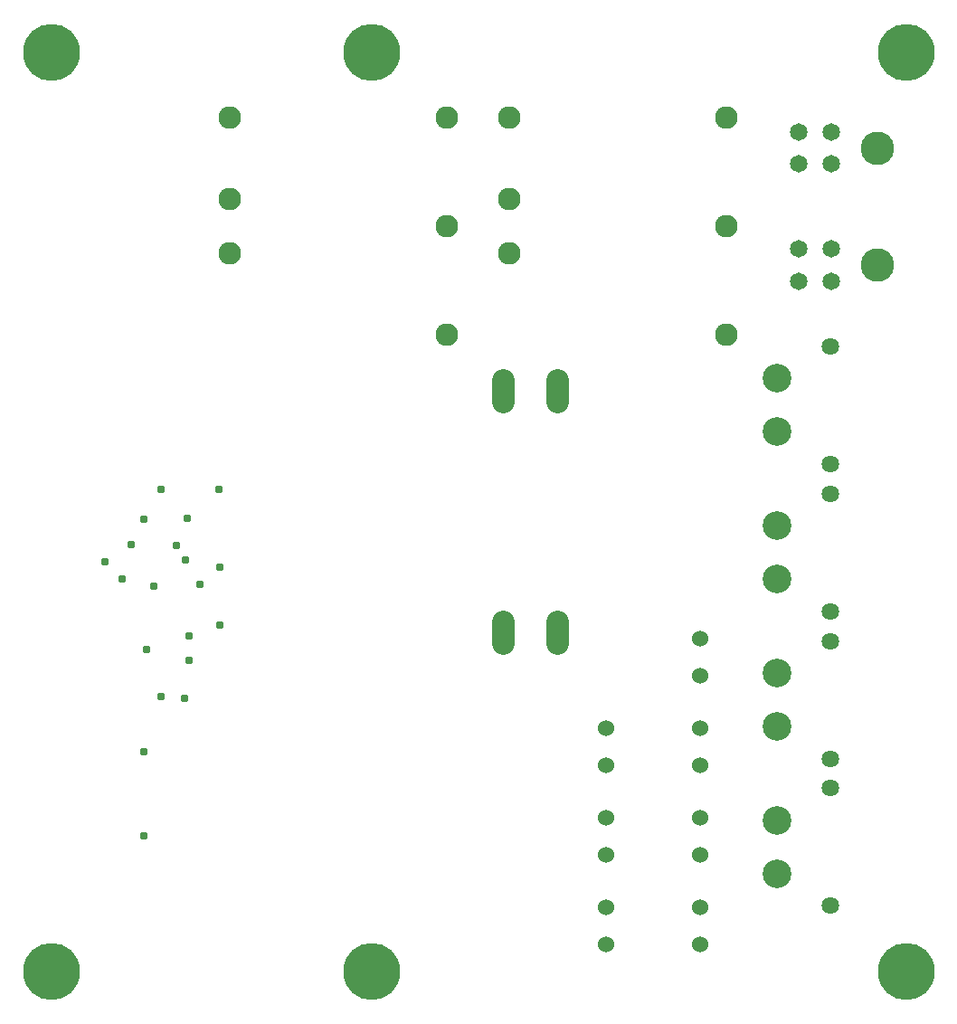
<source format=gbr>
G04 EAGLE Gerber RS-274X export*
G75*
%MOMM*%
%FSLAX34Y34*%
%LPD*%
%INSoldermask Bottom*%
%IPPOS*%
%AMOC8*
5,1,8,0,0,1.08239X$1,22.5*%
G01*
%ADD10C,3.527000*%
%ADD11C,2.677000*%
%ADD12C,1.627000*%
%ADD13C,2.127000*%
%ADD14C,3.127000*%
%ADD15C,1.651000*%
%ADD16C,2.127000*%
%ADD17C,1.527000*%
%ADD18C,5.327000*%
%ADD19C,0.781800*%


D10*
X390000Y890000D03*
X90000Y890000D03*
X90000Y30000D03*
X390000Y30000D03*
X890000Y30000D03*
X890000Y890000D03*
D11*
X769400Y584800D03*
X769400Y534800D03*
D12*
X819400Y504800D03*
X819400Y614800D03*
D11*
X769400Y446900D03*
X769400Y396900D03*
D12*
X819400Y366900D03*
X819400Y476900D03*
D11*
X769400Y309000D03*
X769400Y259000D03*
D12*
X819400Y229000D03*
X819400Y339000D03*
D11*
X769400Y171100D03*
X769400Y121100D03*
D12*
X819400Y91100D03*
X819400Y201100D03*
D13*
X513070Y563000D02*
X513070Y583000D01*
X563870Y583000D02*
X563870Y563000D01*
X563870Y357000D02*
X563870Y337000D01*
X513070Y337000D02*
X513070Y357000D01*
D14*
X862900Y800500D03*
D15*
X819720Y785500D03*
X819700Y815500D03*
X789700Y815500D03*
X789700Y785500D03*
D14*
X862900Y690800D03*
D15*
X819720Y675800D03*
X819700Y705800D03*
X789700Y705800D03*
X789700Y675800D03*
D16*
X518400Y702100D03*
X518400Y752900D03*
X721600Y625900D03*
X721600Y727500D03*
X721600Y829100D03*
X518400Y829100D03*
X257100Y702100D03*
X257100Y752900D03*
X460300Y625900D03*
X460300Y727500D03*
X460300Y829100D03*
X257100Y829100D03*
D17*
X696980Y341090D03*
X696980Y306090D03*
X696980Y257430D03*
X696980Y222430D03*
X608980Y90120D03*
X608980Y55120D03*
X608980Y173775D03*
X608980Y138775D03*
X608980Y257430D03*
X608980Y222430D03*
X696980Y90120D03*
X696980Y55120D03*
X696980Y173770D03*
X696980Y138770D03*
D18*
X90000Y890000D03*
X890000Y890000D03*
X390000Y890000D03*
X890000Y30000D03*
X390000Y30000D03*
X90000Y30000D03*
D19*
X219000Y321000D03*
X229000Y392000D03*
X177000Y235000D03*
X179000Y331000D03*
X177000Y157000D03*
X165000Y429000D03*
X192964Y287000D03*
X215000Y285000D03*
X186000Y390000D03*
X207000Y428000D03*
X156000Y397000D03*
X140000Y413000D03*
X193000Y481000D03*
X177000Y453000D03*
X247000Y481000D03*
X217000Y454000D03*
X219000Y344000D03*
X248000Y354000D03*
X248000Y408000D03*
X216000Y415000D03*
M02*

</source>
